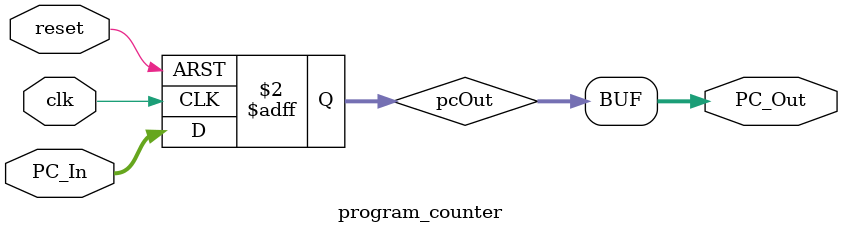
<source format=v>
module program_counter
(
  input [63:0]PC_In,
  input reset, clk,
  output [63:0]PC_Out
);

reg [63:0]pcOut;


always @(posedge reset or posedge clk)
begin
  if (reset)
    begin
      pcOut = 0;
    end
 else
    begin
      pcOut = PC_In;
    end  
end

assign PC_Out = pcOut;



endmodule
</source>
